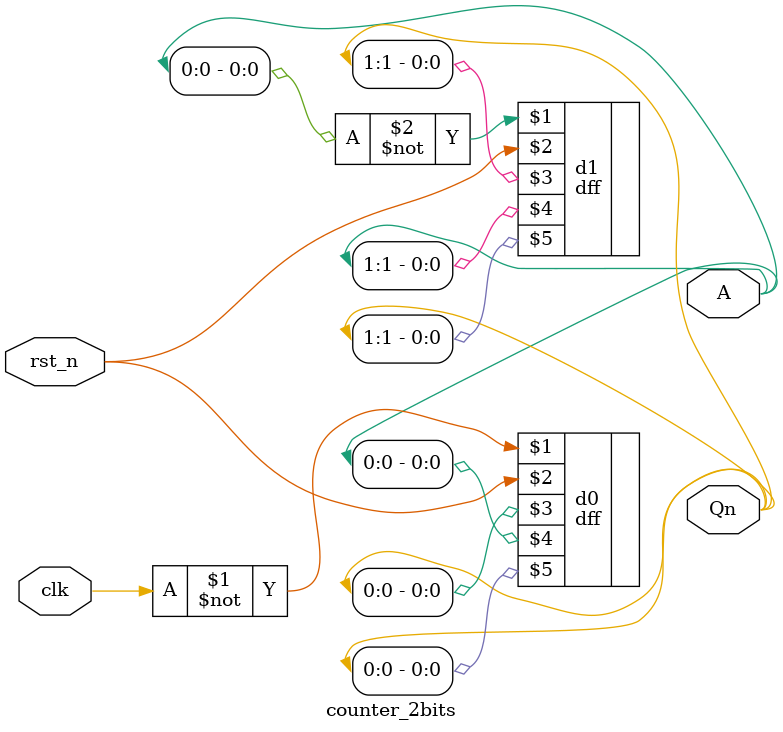
<source format=v>
`timescale 1ns / 1ps

module counter_2bits(
    input clk,
    input rst_n,
    output [1:0] A,
    output [1:0] Qn
    );
    dff d0(~clk,rst_n,Qn[0],A[0],Qn[0]);
    dff d1(~A[0],rst_n,Qn[1],A[1],Qn[1]);
endmodule

</source>
